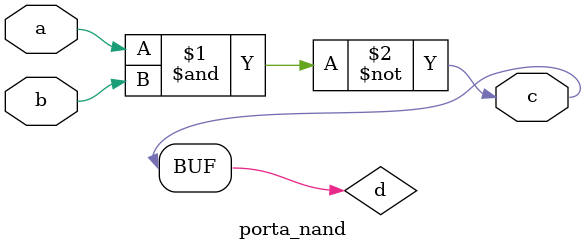
<source format=sv>
module porta_nand(
    input a, b,
    output c,
);
    nand(c, a, b);
    assign c = d;
endmodule

</source>
